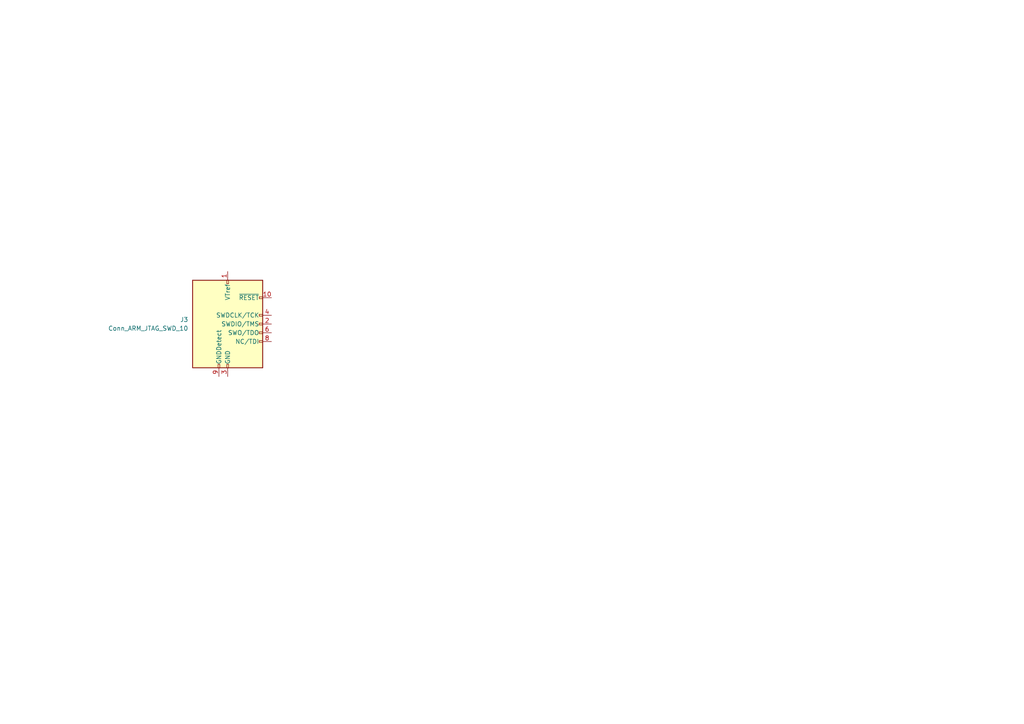
<source format=kicad_sch>
(kicad_sch (version 20211123) (generator eeschema)
  (paper "A4")
  (lib_symbols
    (symbol "Connector:Conn_ARM_JTAG_SWD_10" (pin_names (offset 1.016))
      (property "Reference" "J" (at -2.54 16.51 0))
      (property "Value" "Conn_ARM_JTAG_SWD_10" (at -2.54 13.97 0))
      (symbol "Conn_ARM_JTAG_SWD_10_0_1"
        (rectangle (start -10.16 12.7) (end 10.16 -12.7) (stroke (width 0.254)) (fill (type background)))
        (rectangle (start -2.794 -12.7) (end -2.286 -11.684))
        (rectangle (start -0.254 -12.7) (end 0.254 -11.684))
        (rectangle (start -0.254 12.7) (end 0.254 11.684))
        (rectangle (start 9.144 2.286) (end 10.16 2.794))
        (rectangle (start 10.16 -2.794) (end 9.144 -2.286))
        (rectangle (start 10.16 -0.254) (end 9.144 0.254))
        (rectangle (start 10.16 7.874) (end 9.144 7.366))
      )
      (symbol "Conn_ARM_JTAG_SWD_10_1_1"
        (rectangle (start 9.144 -5.334) (end 10.16 -4.826))
        (pin power_in line (at 0 15.24 270) (length 2.54) (name "VTref") (number "1"))
        (pin open_collector line (at 12.7 7.62 180) (length 2.54) (name "~{RESET}") (number "10"))
        (pin bidirectional line (at 12.7 0 180) (length 2.54) (name "SWDIO/TMS") (number "2"))
        (pin power_in line (at 0 -15.24 90) (length 2.54) (name "GND") (number "3"))
        (pin output line (at 12.7 2.54 180) (length 2.54) (name "SWDCLK/TCK") (number "4"))
        (pin passive line (at 0 -15.24 90) (length 2.54) hide (name "GND") (number "5"))
        (pin input line (at 12.7 -2.54 180) (length 2.54) (name "SWO/TDO") (number "6"))
        (pin no_connect line (at -10.16 0 0) (length 2.54) hide (name "KEY") (number "7"))
        (pin output line (at 12.7 -5.08 180) (length 2.54) (name "NC/TDI") (number "8"))
        (pin passive line (at -2.54 -15.24 90) (length 2.54) (name "GNDDetect") (number "9"))
      )
    )
  )
  (symbol (lib_id "Connector:Conn_ARM_JTAG_SWD_10") (at 66.04 93.98 0) (unit 1)
    (property "Reference" "J3" (at 54.61 92.7099 0) (effects (justify right)))
    (property "Value" "Conn_ARM_JTAG_SWD_10" (at 54.61 95.2499 0) (effects (justify right)))
    (property "Datasheet" "http://infocenter.arm.com/help/topic/com.arm.doc.ddi0314h/DDI0314H_coresight_components_trm.pdf" (effects hide))
  )
)
</source>
